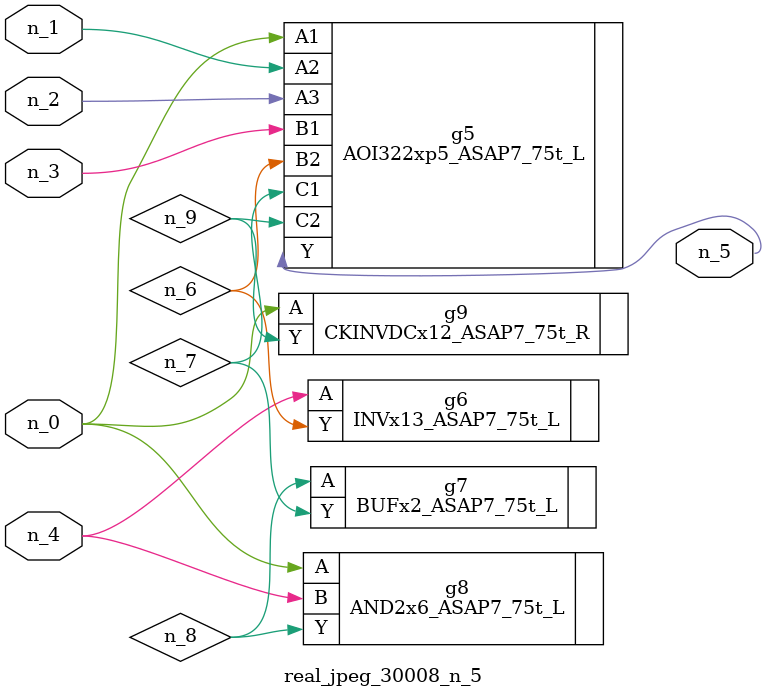
<source format=v>
module real_jpeg_30008_n_5 (n_4, n_0, n_1, n_2, n_3, n_5);

input n_4;
input n_0;
input n_1;
input n_2;
input n_3;

output n_5;

wire n_8;
wire n_6;
wire n_7;
wire n_9;

AOI322xp5_ASAP7_75t_L g5 ( 
.A1(n_0),
.A2(n_1),
.A3(n_2),
.B1(n_3),
.B2(n_6),
.C1(n_7),
.C2(n_9),
.Y(n_5)
);

AND2x6_ASAP7_75t_L g8 ( 
.A(n_0),
.B(n_4),
.Y(n_8)
);

CKINVDCx12_ASAP7_75t_R g9 ( 
.A(n_0),
.Y(n_9)
);

INVx13_ASAP7_75t_L g6 ( 
.A(n_4),
.Y(n_6)
);

BUFx2_ASAP7_75t_L g7 ( 
.A(n_8),
.Y(n_7)
);


endmodule
</source>
